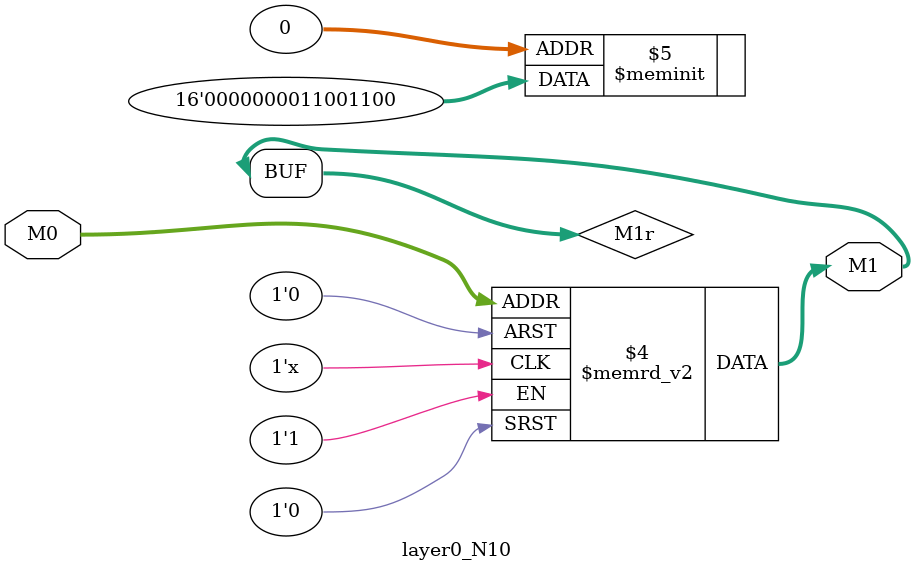
<source format=v>
module layer0_N10 ( input [2:0] M0, output [1:0] M1 );

	(*rom_style = "distributed" *) reg [1:0] M1r;
	assign M1 = M1r;
	always @ (M0) begin
		case (M0)
			3'b000: M1r = 2'b00;
			3'b100: M1r = 2'b00;
			3'b010: M1r = 2'b00;
			3'b110: M1r = 2'b00;
			3'b001: M1r = 2'b11;
			3'b101: M1r = 2'b00;
			3'b011: M1r = 2'b11;
			3'b111: M1r = 2'b00;

		endcase
	end
endmodule

</source>
